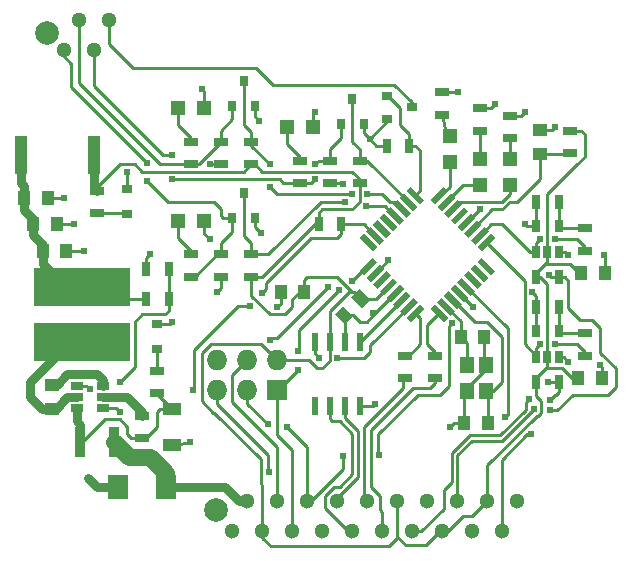
<source format=gbr>
G04 #@! TF.FileFunction,Copper,L1,Top,Signal*
%FSLAX46Y46*%
G04 Gerber Fmt 4.6, Leading zero omitted, Abs format (unit mm)*
G04 Created by KiCad (PCBNEW 4.0.7-e2-6376~58~ubuntu16.04.1) date Sun Feb 11 11:03:39 2018*
%MOMM*%
%LPD*%
G01*
G04 APERTURE LIST*
%ADD10C,0.100000*%
%ADD11R,1.000000X1.250000*%
%ADD12R,1.200000X1.200000*%
%ADD13R,1.300000X0.700000*%
%ADD14R,1.250000X1.000000*%
%ADD15R,1.600000X1.000000*%
%ADD16R,1.778000X2.159000*%
%ADD17R,0.900000X0.800000*%
%ADD18R,0.900000X2.500000*%
%ADD19R,8.200000X3.300000*%
%ADD20R,1.727200X1.727200*%
%ADD21O,1.727200X1.727200*%
%ADD22R,0.700000X1.300000*%
%ADD23R,1.000000X3.200000*%
%ADD24R,0.650000X1.060000*%
%ADD25R,1.060000X0.650000*%
%ADD26R,1.200000X1.400000*%
%ADD27R,0.600000X1.550000*%
%ADD28R,0.800000X0.900000*%
%ADD29C,1.300000*%
%ADD30C,2.000000*%
%ADD31C,0.609600*%
%ADD32C,0.254000*%
%ADD33C,0.762000*%
%ADD34C,1.397000*%
G04 APERTURE END LIST*
D10*
D11*
X146859500Y-78422500D03*
X144859500Y-78422500D03*
D12*
X139065000Y-62060000D03*
X139065000Y-59860000D03*
X136525000Y-62060000D03*
X136525000Y-59860000D03*
X133985000Y-60155000D03*
X133985000Y-57955000D03*
D13*
X139065000Y-58100000D03*
X139065000Y-56200000D03*
X136525000Y-57465000D03*
X136525000Y-55565000D03*
X133350000Y-56131500D03*
X133350000Y-54231500D03*
D11*
X121650000Y-71120000D03*
X119650000Y-71120000D03*
D10*
G36*
X126348719Y-70887398D02*
X127232602Y-71771281D01*
X126525495Y-72478388D01*
X125641612Y-71594505D01*
X126348719Y-70887398D01*
X126348719Y-70887398D01*
G37*
G36*
X124934505Y-72301612D02*
X125818388Y-73185495D01*
X125111281Y-73892602D01*
X124227398Y-73008719D01*
X124934505Y-72301612D01*
X124934505Y-72301612D01*
G37*
D14*
X141605000Y-59420000D03*
X141605000Y-57420000D03*
D15*
X110490000Y-81050000D03*
X110490000Y-84050000D03*
D14*
X100330000Y-79010000D03*
X100330000Y-81010000D03*
D11*
X137207500Y-82232500D03*
X135207500Y-82232500D03*
X99520500Y-67627500D03*
X101520500Y-67627500D03*
X134890000Y-74930000D03*
X136890000Y-74930000D03*
D12*
X120185000Y-57150000D03*
X122385000Y-57150000D03*
X110977500Y-55562500D03*
X113177500Y-55562500D03*
X110977500Y-65087500D03*
X113177500Y-65087500D03*
D16*
X105918000Y-87630000D03*
X109982000Y-87630000D03*
D17*
X109220000Y-73880000D03*
X109220000Y-75980000D03*
X106680000Y-62450000D03*
X106680000Y-64550000D03*
D18*
X105590000Y-83820000D03*
X102690000Y-83820000D03*
D19*
X102870000Y-75375000D03*
X102870000Y-70675000D03*
D20*
X119380000Y-79438500D03*
D21*
X119380000Y-76898500D03*
X116840000Y-79438500D03*
X116840000Y-76898500D03*
X114300000Y-79438500D03*
X114300000Y-76898500D03*
D22*
X141290000Y-69850000D03*
X143190000Y-69850000D03*
D13*
X121285000Y-61910000D03*
X121285000Y-60010000D03*
X123825000Y-60010000D03*
X123825000Y-61910000D03*
X145415000Y-67625000D03*
X145415000Y-65725000D03*
D22*
X143190000Y-63500000D03*
X141290000Y-63500000D03*
D13*
X126365000Y-61910000D03*
X126365000Y-60010000D03*
X112077500Y-60322500D03*
X112077500Y-58422500D03*
X114617500Y-58422500D03*
X114617500Y-60322500D03*
X117157500Y-60322500D03*
X117157500Y-58422500D03*
D22*
X141290000Y-78740000D03*
X143190000Y-78740000D03*
D13*
X145415000Y-76515000D03*
X145415000Y-74615000D03*
D22*
X143190000Y-72390000D03*
X141290000Y-72390000D03*
D13*
X112077500Y-69847500D03*
X112077500Y-67947500D03*
X114617500Y-67947500D03*
X114617500Y-69847500D03*
X117157500Y-69847500D03*
X117157500Y-67947500D03*
X144145000Y-57470000D03*
X144145000Y-59370000D03*
X109220000Y-79690000D03*
X109220000Y-77790000D03*
X107950000Y-83500000D03*
X107950000Y-81600000D03*
D22*
X110170000Y-69215000D03*
X108270000Y-69215000D03*
X110170000Y-71755000D03*
X108270000Y-71755000D03*
D13*
X130175000Y-78420000D03*
X130175000Y-76520000D03*
X132715000Y-78420000D03*
X132715000Y-76520000D03*
D23*
X103874500Y-59499500D03*
X97674500Y-59499500D03*
D22*
X122875000Y-65405000D03*
X124775000Y-65405000D03*
D13*
X104140000Y-62550000D03*
X104140000Y-64450000D03*
D24*
X141290000Y-67775000D03*
X142240000Y-67775000D03*
X143190000Y-67775000D03*
X143190000Y-65575000D03*
X141290000Y-65575000D03*
X141290000Y-76665000D03*
X142240000Y-76665000D03*
X143190000Y-76665000D03*
X143190000Y-74465000D03*
X141290000Y-74465000D03*
D25*
X102405000Y-79060000D03*
X102405000Y-80010000D03*
X102405000Y-80960000D03*
X104605000Y-80960000D03*
X104605000Y-79060000D03*
X104605000Y-80010000D03*
D26*
X137007500Y-79522500D03*
X137007500Y-77322500D03*
X135407500Y-77322500D03*
X135407500Y-79522500D03*
D10*
G36*
X126723666Y-69730445D02*
X126334757Y-69341536D01*
X127466128Y-68210165D01*
X127855037Y-68599074D01*
X126723666Y-69730445D01*
X126723666Y-69730445D01*
G37*
G36*
X127289352Y-70296130D02*
X126900443Y-69907221D01*
X128031814Y-68775850D01*
X128420723Y-69164759D01*
X127289352Y-70296130D01*
X127289352Y-70296130D01*
G37*
G36*
X127855037Y-70861816D02*
X127466128Y-70472907D01*
X128597499Y-69341536D01*
X128986408Y-69730445D01*
X127855037Y-70861816D01*
X127855037Y-70861816D01*
G37*
G36*
X128420722Y-71427501D02*
X128031813Y-71038592D01*
X129163184Y-69907221D01*
X129552093Y-70296130D01*
X128420722Y-71427501D01*
X128420722Y-71427501D01*
G37*
G36*
X128986408Y-71993187D02*
X128597499Y-71604278D01*
X129728870Y-70472907D01*
X130117779Y-70861816D01*
X128986408Y-71993187D01*
X128986408Y-71993187D01*
G37*
G36*
X129552093Y-72558872D02*
X129163184Y-72169963D01*
X130294555Y-71038592D01*
X130683464Y-71427501D01*
X129552093Y-72558872D01*
X129552093Y-72558872D01*
G37*
G36*
X130117779Y-73124557D02*
X129728870Y-72735648D01*
X130860241Y-71604277D01*
X131249150Y-71993186D01*
X130117779Y-73124557D01*
X130117779Y-73124557D01*
G37*
G36*
X130683464Y-73690243D02*
X130294555Y-73301334D01*
X131425926Y-72169963D01*
X131814835Y-72558872D01*
X130683464Y-73690243D01*
X130683464Y-73690243D01*
G37*
G36*
X133865445Y-73301334D02*
X133476536Y-73690243D01*
X132345165Y-72558872D01*
X132734074Y-72169963D01*
X133865445Y-73301334D01*
X133865445Y-73301334D01*
G37*
G36*
X134431130Y-72735648D02*
X134042221Y-73124557D01*
X132910850Y-71993186D01*
X133299759Y-71604277D01*
X134431130Y-72735648D01*
X134431130Y-72735648D01*
G37*
G36*
X134996816Y-72169963D02*
X134607907Y-72558872D01*
X133476536Y-71427501D01*
X133865445Y-71038592D01*
X134996816Y-72169963D01*
X134996816Y-72169963D01*
G37*
G36*
X135562501Y-71604278D02*
X135173592Y-71993187D01*
X134042221Y-70861816D01*
X134431130Y-70472907D01*
X135562501Y-71604278D01*
X135562501Y-71604278D01*
G37*
G36*
X136128187Y-71038592D02*
X135739278Y-71427501D01*
X134607907Y-70296130D01*
X134996816Y-69907221D01*
X136128187Y-71038592D01*
X136128187Y-71038592D01*
G37*
G36*
X136693872Y-70472907D02*
X136304963Y-70861816D01*
X135173592Y-69730445D01*
X135562501Y-69341536D01*
X136693872Y-70472907D01*
X136693872Y-70472907D01*
G37*
G36*
X137259557Y-69907221D02*
X136870648Y-70296130D01*
X135739277Y-69164759D01*
X136128186Y-68775850D01*
X137259557Y-69907221D01*
X137259557Y-69907221D01*
G37*
G36*
X137825243Y-69341536D02*
X137436334Y-69730445D01*
X136304963Y-68599074D01*
X136693872Y-68210165D01*
X137825243Y-69341536D01*
X137825243Y-69341536D01*
G37*
G36*
X136693872Y-67679835D02*
X136304963Y-67290926D01*
X137436334Y-66159555D01*
X137825243Y-66548464D01*
X136693872Y-67679835D01*
X136693872Y-67679835D01*
G37*
G36*
X136128186Y-67114150D02*
X135739277Y-66725241D01*
X136870648Y-65593870D01*
X137259557Y-65982779D01*
X136128186Y-67114150D01*
X136128186Y-67114150D01*
G37*
G36*
X135562501Y-66548464D02*
X135173592Y-66159555D01*
X136304963Y-65028184D01*
X136693872Y-65417093D01*
X135562501Y-66548464D01*
X135562501Y-66548464D01*
G37*
G36*
X134996816Y-65982779D02*
X134607907Y-65593870D01*
X135739278Y-64462499D01*
X136128187Y-64851408D01*
X134996816Y-65982779D01*
X134996816Y-65982779D01*
G37*
G36*
X134431130Y-65417093D02*
X134042221Y-65028184D01*
X135173592Y-63896813D01*
X135562501Y-64285722D01*
X134431130Y-65417093D01*
X134431130Y-65417093D01*
G37*
G36*
X133865445Y-64851408D02*
X133476536Y-64462499D01*
X134607907Y-63331128D01*
X134996816Y-63720037D01*
X133865445Y-64851408D01*
X133865445Y-64851408D01*
G37*
G36*
X133299759Y-64285723D02*
X132910850Y-63896814D01*
X134042221Y-62765443D01*
X134431130Y-63154352D01*
X133299759Y-64285723D01*
X133299759Y-64285723D01*
G37*
G36*
X132734074Y-63720037D02*
X132345165Y-63331128D01*
X133476536Y-62199757D01*
X133865445Y-62588666D01*
X132734074Y-63720037D01*
X132734074Y-63720037D01*
G37*
G36*
X131814835Y-63331128D02*
X131425926Y-63720037D01*
X130294555Y-62588666D01*
X130683464Y-62199757D01*
X131814835Y-63331128D01*
X131814835Y-63331128D01*
G37*
G36*
X131249150Y-63896814D02*
X130860241Y-64285723D01*
X129728870Y-63154352D01*
X130117779Y-62765443D01*
X131249150Y-63896814D01*
X131249150Y-63896814D01*
G37*
G36*
X130683464Y-64462499D02*
X130294555Y-64851408D01*
X129163184Y-63720037D01*
X129552093Y-63331128D01*
X130683464Y-64462499D01*
X130683464Y-64462499D01*
G37*
G36*
X130117779Y-65028184D02*
X129728870Y-65417093D01*
X128597499Y-64285722D01*
X128986408Y-63896813D01*
X130117779Y-65028184D01*
X130117779Y-65028184D01*
G37*
G36*
X129552093Y-65593870D02*
X129163184Y-65982779D01*
X128031813Y-64851408D01*
X128420722Y-64462499D01*
X129552093Y-65593870D01*
X129552093Y-65593870D01*
G37*
G36*
X128986408Y-66159555D02*
X128597499Y-66548464D01*
X127466128Y-65417093D01*
X127855037Y-65028184D01*
X128986408Y-66159555D01*
X128986408Y-66159555D01*
G37*
G36*
X128420723Y-66725241D02*
X128031814Y-67114150D01*
X126900443Y-65982779D01*
X127289352Y-65593870D01*
X128420723Y-66725241D01*
X128420723Y-66725241D01*
G37*
G36*
X127855037Y-67290926D02*
X127466128Y-67679835D01*
X126334757Y-66548464D01*
X126723666Y-66159555D01*
X127855037Y-67290926D01*
X127855037Y-67290926D01*
G37*
D27*
X126365000Y-75405000D03*
X125095000Y-75405000D03*
X123825000Y-75405000D03*
X122555000Y-75405000D03*
X122555000Y-80805000D03*
X123825000Y-80805000D03*
X125095000Y-80805000D03*
X126365000Y-80805000D03*
D28*
X124780000Y-56930000D03*
X126680000Y-56930000D03*
X125730000Y-54830000D03*
X115572500Y-55342500D03*
X117472500Y-55342500D03*
X116522500Y-53242500D03*
X115572500Y-64867500D03*
X117472500Y-64867500D03*
X116522500Y-62767500D03*
D29*
X120650000Y-91376500D03*
X118110000Y-91376500D03*
X115570000Y-91376500D03*
X123190000Y-91376500D03*
X116840000Y-88836500D03*
X119380000Y-88836500D03*
X121920000Y-88836500D03*
X124460000Y-88836500D03*
X125730000Y-91376500D03*
X127000000Y-88836500D03*
X128270000Y-91376500D03*
X129540000Y-88836500D03*
X130810000Y-91376500D03*
X132080000Y-88836500D03*
X133350000Y-91376500D03*
X134620000Y-88836500D03*
X135890000Y-91376500D03*
X137160000Y-88836500D03*
X138430000Y-91376500D03*
X139700000Y-88836500D03*
D30*
X114170000Y-89576500D03*
D29*
X103822500Y-50673000D03*
X101282500Y-50673000D03*
X102552500Y-48133000D03*
X105092500Y-48133000D03*
D30*
X99882500Y-49173000D03*
D11*
X147113500Y-69532500D03*
X145113500Y-69532500D03*
X98695000Y-65341500D03*
X100695000Y-65341500D03*
X97933000Y-63182500D03*
X99933000Y-63182500D03*
D17*
X128673571Y-54553939D03*
X128673571Y-56453939D03*
X130773571Y-55503939D03*
D22*
X130553500Y-58737500D03*
X128653500Y-58737500D03*
D31*
X119380000Y-76771500D03*
X103378000Y-86868000D03*
X134683500Y-54229000D03*
X146685000Y-77343000D03*
X127190500Y-58166000D03*
X147066000Y-68008500D03*
X101346000Y-63182500D03*
X102997000Y-67627500D03*
X102171500Y-65341500D03*
X117983000Y-66167000D03*
X117856000Y-56642000D03*
X124968000Y-61976000D03*
X127508000Y-72898000D03*
X113665000Y-60325000D03*
X111950500Y-83820000D03*
X103505000Y-79375000D03*
X110490000Y-73660000D03*
X114300000Y-71120000D03*
X119380000Y-72390000D03*
X127635000Y-80645000D03*
X133985000Y-82550000D03*
X140970000Y-71120000D03*
X136525000Y-64135000D03*
X140335000Y-65405000D03*
X122555000Y-55880000D03*
X142875000Y-57150000D03*
X140335000Y-55880000D03*
X137795000Y-55245000D03*
X108585000Y-67945000D03*
X106680000Y-60960000D03*
X113030000Y-53975000D03*
X113665000Y-66675000D03*
X125730000Y-70231000D03*
X124587000Y-70993000D03*
X121158000Y-76136500D03*
X121158000Y-77724000D03*
X128778000Y-68453000D03*
X123698000Y-70675500D03*
X118745000Y-75184000D03*
X124460000Y-76708000D03*
X122936000Y-76708000D03*
X135953500Y-72390000D03*
X134175500Y-73787000D03*
X128016000Y-84963000D03*
X124968000Y-85026500D03*
X118554500Y-82296000D03*
X120205500Y-82550000D03*
X140843000Y-83185000D03*
X138684000Y-81724500D03*
X142875000Y-75565000D03*
X141605000Y-75565000D03*
X142875000Y-66675000D03*
X141605000Y-66675000D03*
X127000000Y-62865000D03*
X125730000Y-62865000D03*
X118745000Y-62230000D03*
X118745000Y-60325000D03*
X126873000Y-63881000D03*
X125095000Y-63500000D03*
X118681500Y-86360000D03*
X118046500Y-71247000D03*
X117094000Y-72326500D03*
X112268000Y-79438500D03*
X142430500Y-80264000D03*
X140652500Y-80200500D03*
X142303500Y-78740000D03*
X144018000Y-77025500D03*
X110490000Y-61595000D03*
X110490000Y-59563000D03*
X122555000Y-60325000D03*
X122555000Y-61595000D03*
X108331000Y-60198000D03*
X108331000Y-61722000D03*
X142430500Y-81153000D03*
X141097000Y-81026000D03*
X142367000Y-69659500D03*
X143954500Y-68008500D03*
X106045000Y-78740000D03*
X106045000Y-81280000D03*
D32*
X137160000Y-88836500D02*
X137160000Y-85788500D01*
X141290000Y-79949000D02*
X141290000Y-78740000D01*
X141732000Y-80391000D02*
X141290000Y-79949000D01*
X141732000Y-81343500D02*
X141732000Y-80391000D01*
X141478000Y-81597500D02*
X141732000Y-81343500D01*
X141351000Y-81597500D02*
X141478000Y-81597500D01*
X137160000Y-85788500D02*
X141351000Y-81597500D01*
X133350000Y-91376500D02*
X133794500Y-91376500D01*
X133794500Y-91376500D02*
X135064500Y-90106500D01*
X135890000Y-90106500D02*
X137160000Y-88836500D01*
X135064500Y-90106500D02*
X135890000Y-90106500D01*
X133350000Y-91376500D02*
X133159500Y-91376500D01*
X133159500Y-91376500D02*
X131953000Y-92583000D01*
X131953000Y-92583000D02*
X130238500Y-92583000D01*
X130238500Y-92583000D02*
X129540000Y-91884500D01*
X118110000Y-91376500D02*
X118110000Y-91948000D01*
X118110000Y-91948000D02*
X118808500Y-92646500D01*
X129540000Y-91948000D02*
X129540000Y-91884500D01*
X129540000Y-91884500D02*
X129540000Y-88836500D01*
X128841500Y-92646500D02*
X129540000Y-91948000D01*
X118808500Y-92646500D02*
X128841500Y-92646500D01*
X118110000Y-91376500D02*
X118110000Y-87503000D01*
X118110000Y-87503000D02*
X117983000Y-87376000D01*
X117983000Y-87376000D02*
X117983000Y-85280500D01*
X117983000Y-85280500D02*
X114046000Y-81343500D01*
X114046000Y-81343500D02*
X113919000Y-81343500D01*
X113919000Y-81343500D02*
X112966500Y-80391000D01*
X112966500Y-80391000D02*
X112966500Y-76263500D01*
X112966500Y-76263500D02*
X113728500Y-75501500D01*
X113728500Y-75501500D02*
X117983000Y-75501500D01*
X117983000Y-75501500D02*
X119380000Y-76898500D01*
X144859500Y-78422500D02*
X144335500Y-78422500D01*
X143510000Y-77597000D02*
X142113000Y-77597000D01*
X144335500Y-78422500D02*
X143510000Y-77597000D01*
X119380000Y-76898500D02*
X122047000Y-76898500D01*
X123825000Y-76962000D02*
X123825000Y-75405000D01*
X123190000Y-77597000D02*
X123825000Y-76962000D01*
X122745500Y-77597000D02*
X123190000Y-77597000D01*
X122047000Y-76898500D02*
X122745500Y-77597000D01*
X145113500Y-69532500D02*
X144907000Y-69532500D01*
X144907000Y-69532500D02*
X144145000Y-68770500D01*
X144145000Y-68770500D02*
X142049500Y-68770500D01*
D33*
X103874500Y-59499500D02*
X103874500Y-62284500D01*
X103874500Y-62284500D02*
X104140000Y-62550000D01*
D32*
X137160000Y-88836500D02*
X137287000Y-88836500D01*
X123698000Y-75532000D02*
X123825000Y-75405000D01*
X125730000Y-71120000D02*
X124460000Y-69850000D01*
X121650000Y-70120000D02*
X121650000Y-71120000D01*
X121920000Y-69850000D02*
X121650000Y-70120000D01*
X124460000Y-69850000D02*
X121920000Y-69850000D01*
X123825000Y-75405000D02*
X123825000Y-72771000D01*
X123825000Y-72771000D02*
X125476000Y-71120000D01*
X125476000Y-71120000D02*
X125730000Y-71120000D01*
X125874214Y-71120000D02*
X126437107Y-71682893D01*
X125730000Y-71120000D02*
X125874214Y-71120000D01*
X122875000Y-65405000D02*
X122875000Y-64450000D01*
X126365000Y-63500000D02*
X126365000Y-61910000D01*
X125730000Y-64135000D02*
X126365000Y-63500000D01*
X123190000Y-64135000D02*
X125730000Y-64135000D01*
X122875000Y-64450000D02*
X123190000Y-64135000D01*
X104140000Y-62550000D02*
X104140000Y-62230000D01*
X104140000Y-62230000D02*
X106045000Y-60325000D01*
X116520000Y-60960000D02*
X117157500Y-60322500D01*
X107950000Y-60960000D02*
X116520000Y-60960000D01*
X107315000Y-60325000D02*
X107950000Y-60960000D01*
X106045000Y-60325000D02*
X107315000Y-60325000D01*
X121285000Y-60960000D02*
X125730000Y-60960000D01*
X118110000Y-60960000D02*
X121285000Y-60960000D01*
X117472500Y-60322500D02*
X118110000Y-60960000D01*
X125730000Y-60960000D02*
X126365000Y-61595000D01*
X126365000Y-61595000D02*
X126365000Y-61910000D01*
X117157500Y-60322500D02*
X117472500Y-60322500D01*
X121650000Y-71120000D02*
X121285000Y-71120000D01*
X121285000Y-71120000D02*
X120650000Y-71755000D01*
X117157500Y-71437500D02*
X117157500Y-69847500D01*
X118745000Y-73025000D02*
X117157500Y-71437500D01*
X120015000Y-73025000D02*
X118745000Y-73025000D01*
X120650000Y-72390000D02*
X120015000Y-73025000D01*
X120650000Y-71755000D02*
X120650000Y-72390000D01*
X122875000Y-65405000D02*
X122555000Y-65405000D01*
X122555000Y-65405000D02*
X118112500Y-69847500D01*
X118112500Y-69847500D02*
X117157500Y-69847500D01*
X142240000Y-76665000D02*
X142240000Y-70485000D01*
X142240000Y-70485000D02*
X141605000Y-69850000D01*
X141605000Y-69850000D02*
X141290000Y-69850000D01*
X142240000Y-67775000D02*
X142240000Y-62865000D01*
X145100000Y-57470000D02*
X144145000Y-57470000D01*
X145415000Y-57785000D02*
X145100000Y-57470000D01*
X145415000Y-59690000D02*
X145415000Y-57785000D01*
X144780000Y-60325000D02*
X145415000Y-59690000D01*
X142240000Y-62865000D02*
X144780000Y-60325000D01*
X141290000Y-78740000D02*
X141290000Y-78420000D01*
X141290000Y-78420000D02*
X142113000Y-77597000D01*
X142113000Y-77597000D02*
X142240000Y-77470000D01*
X142240000Y-77470000D02*
X142240000Y-76665000D01*
X126437107Y-71682893D02*
X126927893Y-71682893D01*
X126927893Y-71682893D02*
X127000000Y-71755000D01*
X127000000Y-71755000D02*
X127704314Y-71755000D01*
X127704314Y-71755000D02*
X128791953Y-70667361D01*
X141290000Y-69850000D02*
X141290000Y-69530000D01*
X141290000Y-69530000D02*
X142049500Y-68770500D01*
X142049500Y-68770500D02*
X142240000Y-68580000D01*
X142240000Y-68580000D02*
X142240000Y-67775000D01*
X129540000Y-88900000D02*
X129540000Y-88836500D01*
X119380000Y-76771500D02*
X119888000Y-76263500D01*
D33*
X104140000Y-87630000D02*
X103378000Y-86868000D01*
X105918000Y-87630000D02*
X104140000Y-87630000D01*
D32*
X133350000Y-54231500D02*
X134681000Y-54231500D01*
X134681000Y-54231500D02*
X134683500Y-54229000D01*
X146859500Y-78422500D02*
X146859500Y-77517500D01*
X146859500Y-77517500D02*
X146685000Y-77343000D01*
X128653500Y-58737500D02*
X127762000Y-58737500D01*
X127762000Y-58737500D02*
X127190500Y-58166000D01*
X128673571Y-56453939D02*
X128673571Y-56682929D01*
X128673571Y-56682929D02*
X127190500Y-58166000D01*
X147113500Y-69532500D02*
X147113500Y-68056000D01*
X147113500Y-68056000D02*
X147066000Y-68008500D01*
X126680000Y-56930000D02*
X126680000Y-57655500D01*
X126680000Y-57655500D02*
X127190500Y-58166000D01*
X99933000Y-63182500D02*
X101346000Y-63182500D01*
X101520500Y-67627500D02*
X102997000Y-67627500D01*
X100695000Y-65341500D02*
X102171500Y-65341500D01*
X117472500Y-64867500D02*
X117472500Y-65656500D01*
X117472500Y-65656500D02*
X117983000Y-66167000D01*
X117472500Y-55342500D02*
X117472500Y-56258500D01*
X117472500Y-56258500D02*
X117856000Y-56642000D01*
X123825000Y-61910000D02*
X124902000Y-61910000D01*
X124902000Y-61910000D02*
X124968000Y-61976000D01*
X127600343Y-72990343D02*
X127508000Y-72898000D01*
X114617500Y-60322500D02*
X113667500Y-60322500D01*
X113667500Y-60322500D02*
X113665000Y-60325000D01*
X110490000Y-84050000D02*
X110720000Y-84050000D01*
X110720000Y-84050000D02*
X111950500Y-83820000D01*
X102405000Y-79060000D02*
X103190000Y-79060000D01*
X103190000Y-79060000D02*
X103505000Y-79375000D01*
X109220000Y-73880000D02*
X110270000Y-73880000D01*
X110270000Y-73880000D02*
X110490000Y-73660000D01*
X114617500Y-69847500D02*
X114617500Y-70802500D01*
X114617500Y-70802500D02*
X114300000Y-71120000D01*
X119650000Y-71120000D02*
X119650000Y-72120000D01*
X119650000Y-72120000D02*
X119380000Y-72390000D01*
X125022893Y-73097107D02*
X125802107Y-73097107D01*
X126930686Y-73660000D02*
X127600343Y-72990343D01*
X127600343Y-72990343D02*
X129357639Y-71233047D01*
X126365000Y-73660000D02*
X126930686Y-73660000D01*
X125802107Y-73097107D02*
X126365000Y-73660000D01*
X125095000Y-75405000D02*
X125095000Y-73169214D01*
X125095000Y-73169214D02*
X125022893Y-73097107D01*
X126365000Y-80805000D02*
X127475000Y-80805000D01*
X127475000Y-80805000D02*
X127635000Y-80645000D01*
X135407500Y-79522500D02*
X135407500Y-79222500D01*
X135407500Y-79222500D02*
X137007500Y-77622500D01*
X137007500Y-77622500D02*
X137007500Y-77322500D01*
X135207500Y-82232500D02*
X134302500Y-82232500D01*
X134302500Y-82232500D02*
X133985000Y-82550000D01*
X135207500Y-82232500D02*
X135207500Y-79722500D01*
X135207500Y-79722500D02*
X135407500Y-79522500D01*
X136890000Y-74930000D02*
X136890000Y-77205000D01*
X136890000Y-77205000D02*
X137007500Y-77322500D01*
X141290000Y-72390000D02*
X141290000Y-71440000D01*
X141290000Y-71440000D02*
X140970000Y-71120000D01*
X135368047Y-65222639D02*
X135437361Y-65222639D01*
X135437361Y-65222639D02*
X136525000Y-64135000D01*
X141290000Y-65575000D02*
X140505000Y-65575000D01*
X140505000Y-65575000D02*
X140335000Y-65405000D01*
X122385000Y-57150000D02*
X122385000Y-56050000D01*
X122385000Y-56050000D02*
X122555000Y-55880000D01*
X141605000Y-57420000D02*
X142605000Y-57420000D01*
X142605000Y-57420000D02*
X142875000Y-57150000D01*
X139065000Y-56200000D02*
X140015000Y-56200000D01*
X140015000Y-56200000D02*
X140335000Y-55880000D01*
X136525000Y-55565000D02*
X137475000Y-55565000D01*
X137475000Y-55565000D02*
X137795000Y-55245000D01*
X108270000Y-69215000D02*
X108270000Y-68260000D01*
X108270000Y-68260000D02*
X108585000Y-67945000D01*
X106680000Y-62450000D02*
X106680000Y-60960000D01*
X113177500Y-65087500D02*
X113177500Y-66187500D01*
X114617500Y-60322500D02*
X114302500Y-60322500D01*
X113177500Y-55562500D02*
X113177500Y-54122500D01*
X113177500Y-54122500D02*
X113030000Y-53975000D01*
X141290000Y-65575000D02*
X141290000Y-63500000D01*
X141290000Y-74465000D02*
X141290000Y-72390000D01*
X102600000Y-79010000D02*
X102555000Y-78965000D01*
X102555000Y-78965000D02*
X102555000Y-78910000D01*
X117472500Y-64917500D02*
X117472500Y-64772500D01*
X113177500Y-66187500D02*
X113665000Y-66675000D01*
X141605000Y-59420000D02*
X141605000Y-61595000D01*
X137587056Y-64135000D02*
X135933732Y-65788324D01*
X138430000Y-64135000D02*
X137587056Y-64135000D01*
X139065000Y-63500000D02*
X138430000Y-64135000D01*
X139700000Y-63500000D02*
X139065000Y-63500000D01*
X140335000Y-62865000D02*
X139700000Y-63500000D01*
X141605000Y-61595000D02*
X140335000Y-62865000D01*
X141605000Y-59420000D02*
X144095000Y-59420000D01*
X144095000Y-59420000D02*
X144145000Y-59370000D01*
X102870000Y-83820000D02*
X104775000Y-81915000D01*
X104775000Y-81915000D02*
X106045000Y-81915000D01*
X106045000Y-81915000D02*
X106680000Y-82550000D01*
X106680000Y-82550000D02*
X106680000Y-83185000D01*
X106680000Y-83185000D02*
X106995000Y-83500000D01*
X106995000Y-83500000D02*
X107950000Y-83500000D01*
X102690000Y-83820000D02*
X102870000Y-83820000D01*
X107950000Y-83500000D02*
X108270000Y-83500000D01*
X108270000Y-83500000D02*
X109220000Y-82550000D01*
X109220000Y-82550000D02*
X109220000Y-81280000D01*
X109220000Y-81280000D02*
X109450000Y-81050000D01*
X109450000Y-81050000D02*
X110490000Y-81050000D01*
X109220000Y-79690000D02*
X109220000Y-79780000D01*
X109220000Y-79780000D02*
X110490000Y-81050000D01*
D33*
X102690000Y-83820000D02*
X102690000Y-82370000D01*
X102405000Y-82085000D02*
X102405000Y-80960000D01*
X102690000Y-82370000D02*
X102405000Y-82085000D01*
X100330000Y-79010000D02*
X100695000Y-79010000D01*
X100695000Y-79010000D02*
X101600000Y-78105000D01*
X101600000Y-78105000D02*
X104140000Y-78105000D01*
X104140000Y-78105000D02*
X104605000Y-78570000D01*
X104605000Y-78570000D02*
X104605000Y-79060000D01*
X100330000Y-81010000D02*
X100600000Y-81010000D01*
X100600000Y-81010000D02*
X101600000Y-80010000D01*
X101600000Y-80010000D02*
X102405000Y-80010000D01*
X100330000Y-81010000D02*
X99425000Y-81010000D01*
X98425000Y-78740000D02*
X101790000Y-75375000D01*
X98425000Y-80010000D02*
X98425000Y-78740000D01*
X99425000Y-81010000D02*
X98425000Y-80010000D01*
X101790000Y-75375000D02*
X102870000Y-75375000D01*
D32*
X100330000Y-81010000D02*
X100060000Y-81010000D01*
X101790000Y-75375000D02*
X102870000Y-75375000D01*
X137007500Y-79522500D02*
X137647500Y-79522500D01*
X136097944Y-73660000D02*
X134236676Y-71798732D01*
X137160000Y-73660000D02*
X136097944Y-73660000D01*
X138430000Y-74930000D02*
X137160000Y-73660000D01*
X138430000Y-78740000D02*
X138430000Y-74930000D01*
X137647500Y-79522500D02*
X138430000Y-78740000D01*
X137207500Y-82232500D02*
X137207500Y-79722500D01*
X137207500Y-79722500D02*
X137007500Y-79522500D01*
X134890000Y-74930000D02*
X134890000Y-73583427D01*
X134890000Y-73583427D02*
X133670990Y-72364417D01*
X135407500Y-77322500D02*
X135407500Y-75447500D01*
X135407500Y-75447500D02*
X134890000Y-74930000D01*
X139065000Y-62060000D02*
X139065000Y-62865000D01*
X134827944Y-63500000D02*
X134236676Y-64091268D01*
X138430000Y-63500000D02*
X134827944Y-63500000D01*
X139065000Y-62865000D02*
X138430000Y-63500000D01*
X139065000Y-59860000D02*
X139065000Y-58100000D01*
X136525000Y-62060000D02*
X135136573Y-62060000D01*
X135136573Y-62060000D02*
X133670990Y-63525583D01*
X136525000Y-59860000D02*
X136525000Y-57465000D01*
X133105305Y-62959897D02*
X133255103Y-62959897D01*
X133255103Y-62959897D02*
X133985000Y-62230000D01*
X133985000Y-62230000D02*
X133985000Y-60155000D01*
X133350000Y-56131500D02*
X133665000Y-57635000D01*
X133665000Y-57635000D02*
X133985000Y-57955000D01*
X121285000Y-60010000D02*
X121285000Y-59690000D01*
X121285000Y-59690000D02*
X120185000Y-58590000D01*
X120185000Y-58590000D02*
X120185000Y-57150000D01*
X112077500Y-58422500D02*
X112077500Y-58102500D01*
X112077500Y-58102500D02*
X110977500Y-57002500D01*
X110977500Y-57002500D02*
X110977500Y-55562500D01*
X112077500Y-67947500D02*
X112077500Y-67627500D01*
X112077500Y-67627500D02*
X110977500Y-66527500D01*
X110977500Y-66527500D02*
X110977500Y-65087500D01*
D33*
X116840000Y-88836500D02*
X116141500Y-88836500D01*
X114935000Y-87630000D02*
X109982000Y-87630000D01*
X116141500Y-88836500D02*
X114935000Y-87630000D01*
X109982000Y-87630000D02*
X110172500Y-87630000D01*
D34*
X109982000Y-87630000D02*
X109982000Y-86487000D01*
X106860000Y-85090000D02*
X105590000Y-83820000D01*
X108585000Y-85090000D02*
X106860000Y-85090000D01*
X109982000Y-86487000D02*
X108585000Y-85090000D01*
D32*
X109220000Y-77790000D02*
X109220000Y-75980000D01*
X104140000Y-64450000D02*
X106580000Y-64450000D01*
X106580000Y-64450000D02*
X106680000Y-64550000D01*
X119380000Y-79438500D02*
X119443500Y-79438500D01*
X119443500Y-79438500D02*
X121158000Y-77724000D01*
X125730000Y-70231000D02*
X126990695Y-68970305D01*
X121221500Y-74358500D02*
X124587000Y-70993000D01*
X121221500Y-76073000D02*
X121221500Y-74358500D01*
X121158000Y-76136500D02*
X121221500Y-76073000D01*
X126990695Y-68970305D02*
X127094897Y-68970305D01*
X120650000Y-91376500D02*
X120650000Y-84518500D01*
X119380000Y-83248500D02*
X119380000Y-79438500D01*
X120650000Y-84518500D02*
X119380000Y-83248500D01*
X119380000Y-79438500D02*
X119380000Y-79819500D01*
X126863695Y-68970305D02*
X127094897Y-68970305D01*
X120396000Y-91122500D02*
X120650000Y-91376500D01*
X128778000Y-68453000D02*
X127695010Y-69535990D01*
X119316500Y-75057000D02*
X123698000Y-70675500D01*
X118872000Y-75057000D02*
X119316500Y-75057000D01*
X118745000Y-75184000D02*
X118872000Y-75057000D01*
X127695010Y-69535990D02*
X127660583Y-69535990D01*
X119380000Y-88836500D02*
X119380000Y-84264500D01*
X115570000Y-78168500D02*
X116840000Y-76898500D01*
X115570000Y-80454500D02*
X115570000Y-78168500D01*
X119380000Y-84264500D02*
X115570000Y-80454500D01*
X127568010Y-69535990D02*
X127660583Y-69535990D01*
X126365000Y-75405000D02*
X126365000Y-75357056D01*
X126365000Y-75357056D02*
X129923324Y-71798732D01*
X122555000Y-75405000D02*
X122555000Y-76327000D01*
X127254000Y-75599427D02*
X130489010Y-72364417D01*
X127254000Y-76200000D02*
X127254000Y-75599427D01*
X126746000Y-76708000D02*
X127254000Y-76200000D01*
X124460000Y-76708000D02*
X126746000Y-76708000D01*
X122555000Y-76327000D02*
X122936000Y-76708000D01*
X130327583Y-72364417D02*
X130489010Y-72364417D01*
X130175000Y-76520000D02*
X130490000Y-76520000D01*
X130490000Y-76520000D02*
X131445000Y-75565000D01*
X131445000Y-75565000D02*
X131445000Y-73320408D01*
X131445000Y-73320408D02*
X131054695Y-72930103D01*
X130904897Y-72930103D02*
X131054695Y-72930103D01*
X132715000Y-76520000D02*
X132715000Y-76200000D01*
X132715000Y-76200000D02*
X132080000Y-75565000D01*
X132080000Y-75565000D02*
X132080000Y-73955408D01*
X132080000Y-73955408D02*
X133105305Y-72930103D01*
X121920000Y-88836500D02*
X122237500Y-88836500D01*
X122237500Y-88836500D02*
X124968000Y-86106000D01*
X135953500Y-72390000D02*
X134802361Y-71238861D01*
X133921500Y-74041000D02*
X134175500Y-73787000D01*
X133921500Y-79057500D02*
X133921500Y-74041000D01*
X133159500Y-79819500D02*
X133921500Y-79057500D01*
X131254500Y-79819500D02*
X133159500Y-79819500D01*
X127889000Y-83185000D02*
X131254500Y-79819500D01*
X127889000Y-84836000D02*
X127889000Y-83185000D01*
X128016000Y-84963000D02*
X127889000Y-84836000D01*
X124968000Y-86106000D02*
X124968000Y-85026500D01*
X134802361Y-71238861D02*
X134802361Y-71233047D01*
X121920000Y-88836500D02*
X121920000Y-84264500D01*
X116840000Y-80581500D02*
X116840000Y-79438500D01*
X118554500Y-82296000D02*
X116840000Y-80581500D01*
X121920000Y-84264500D02*
X120205500Y-82550000D01*
X116840000Y-79438500D02*
X116840000Y-79311500D01*
X121920000Y-88709500D02*
X121920000Y-88836500D01*
X121920000Y-88836500D02*
X121920000Y-88201500D01*
X134802361Y-71302361D02*
X134802361Y-71233047D01*
X121920000Y-88836500D02*
X121920000Y-88430098D01*
X138430000Y-91376500D02*
X138430000Y-90805000D01*
X138430000Y-90805000D02*
X138366500Y-90741500D01*
X138366500Y-90741500D02*
X138366500Y-85344000D01*
X138366500Y-85344000D02*
X140525500Y-83185000D01*
X140525500Y-83185000D02*
X140843000Y-83185000D01*
X138684000Y-81724500D02*
X138874500Y-81534000D01*
X138874500Y-81534000D02*
X138874500Y-74173814D01*
X138874500Y-74173814D02*
X135368047Y-70667361D01*
X141290000Y-76665000D02*
X141290000Y-75880000D01*
X144780000Y-75565000D02*
X145415000Y-76200000D01*
X144145000Y-75565000D02*
X144780000Y-75565000D01*
X142875000Y-75565000D02*
X144145000Y-75565000D01*
X141290000Y-75880000D02*
X141605000Y-75565000D01*
X145415000Y-76200000D02*
X145415000Y-76515000D01*
X141290000Y-76665000D02*
X141290000Y-76520000D01*
X141290000Y-76520000D02*
X140335000Y-75565000D01*
X140335000Y-70189592D02*
X139561954Y-69416546D01*
X139561954Y-69416546D02*
X137065103Y-66919695D01*
X140335000Y-75565000D02*
X140335000Y-70189592D01*
X141290000Y-67775000D02*
X141290000Y-66990000D01*
X144780000Y-66675000D02*
X145415000Y-67310000D01*
X142875000Y-66675000D02*
X144780000Y-66675000D01*
X141290000Y-66990000D02*
X141605000Y-66675000D01*
X145415000Y-67310000D02*
X145415000Y-67625000D01*
X141290000Y-67775000D02*
X140800000Y-67775000D01*
X137448427Y-65405000D02*
X136499417Y-66354010D01*
X138430000Y-65405000D02*
X137448427Y-65405000D01*
X140800000Y-67775000D02*
X138430000Y-65405000D01*
X125730000Y-54830000D02*
X125730000Y-58420000D01*
X126365000Y-59055000D02*
X126365000Y-60010000D01*
X125730000Y-58420000D02*
X126365000Y-59055000D01*
X126365000Y-60010000D02*
X126973427Y-60010000D01*
X126973427Y-60010000D02*
X130489010Y-63525583D01*
X116522500Y-53242500D02*
X116522500Y-56959500D01*
X117157500Y-57594500D02*
X117157500Y-58422500D01*
X116522500Y-56959500D02*
X117157500Y-57594500D01*
X117157500Y-58422500D02*
X117157500Y-58737500D01*
X117157500Y-58737500D02*
X118745000Y-60325000D01*
X127000000Y-62865000D02*
X128270000Y-62865000D01*
X119380000Y-62865000D02*
X125730000Y-62865000D01*
X118745000Y-62230000D02*
X119380000Y-62865000D01*
X128270000Y-62865000D02*
X128905000Y-63500000D01*
X128905000Y-63500000D02*
X129332056Y-63500000D01*
X129332056Y-63500000D02*
X129923324Y-64091268D01*
X117157500Y-67947500D02*
X118615500Y-67947500D01*
X128524000Y-63881000D02*
X129299953Y-64656953D01*
X128270000Y-63881000D02*
X128524000Y-63881000D01*
X126873000Y-63881000D02*
X128270000Y-63881000D01*
X123063000Y-63500000D02*
X125095000Y-63500000D01*
X118615500Y-67947500D02*
X123063000Y-63500000D01*
X129299953Y-64656953D02*
X129357639Y-64656953D01*
X116522500Y-62767500D02*
X116522500Y-66357500D01*
X117157500Y-66992500D02*
X117157500Y-67947500D01*
X116522500Y-66357500D02*
X117157500Y-66992500D01*
X118681500Y-86360000D02*
X118618000Y-86296500D01*
X118618000Y-86296500D02*
X118618000Y-84899500D01*
X118618000Y-84899500D02*
X114300000Y-80581500D01*
X114300000Y-80581500D02*
X114300000Y-79438500D01*
X124775000Y-66233000D02*
X124775000Y-65405000D01*
X124460000Y-66548000D02*
X124775000Y-66233000D01*
X122237500Y-66548000D02*
X124460000Y-66548000D01*
X118427500Y-70358000D02*
X122237500Y-66548000D01*
X118427500Y-70866000D02*
X118427500Y-70358000D01*
X118046500Y-71247000D02*
X118427500Y-70866000D01*
X116014500Y-72326500D02*
X117094000Y-72326500D01*
X112331500Y-76009500D02*
X116014500Y-72326500D01*
X112331500Y-79375000D02*
X112331500Y-76009500D01*
X112268000Y-79438500D02*
X112331500Y-79375000D01*
X124775000Y-65405000D02*
X126711573Y-65405000D01*
X126711573Y-65405000D02*
X127660583Y-66354010D01*
X124460000Y-88836500D02*
X124460000Y-88582500D01*
X124460000Y-88582500D02*
X126238000Y-86804500D01*
X125095000Y-81788000D02*
X125095000Y-80805000D01*
X126238000Y-82931000D02*
X125095000Y-81788000D01*
X126238000Y-86804500D02*
X126238000Y-82931000D01*
X124460000Y-88836500D02*
X124460000Y-88773000D01*
X125730000Y-91376500D02*
X125349000Y-91376500D01*
X125349000Y-91376500D02*
X123380500Y-89408000D01*
X123380500Y-89408000D02*
X123380500Y-88392000D01*
X123380500Y-88392000D02*
X124142500Y-87630000D01*
X124142500Y-87630000D02*
X124650500Y-87630000D01*
X124650500Y-87630000D02*
X125730000Y-86550500D01*
X125730000Y-86550500D02*
X125730000Y-83121500D01*
X125730000Y-83121500D02*
X124650500Y-82042000D01*
X124650500Y-82042000D02*
X124015500Y-82042000D01*
X124015500Y-82042000D02*
X123825000Y-81851500D01*
X123825000Y-81851500D02*
X123825000Y-80805000D01*
X127000000Y-88836500D02*
X127000000Y-88455500D01*
X127000000Y-88455500D02*
X126746000Y-88201500D01*
X126746000Y-88201500D02*
X126746000Y-82550000D01*
X126746000Y-82550000D02*
X130048000Y-79248000D01*
X130048000Y-79248000D02*
X130048000Y-78547000D01*
X130048000Y-78547000D02*
X130175000Y-78420000D01*
X128270000Y-91376500D02*
X128270000Y-89789000D01*
X132715000Y-78803500D02*
X132715000Y-78420000D01*
X132270500Y-79248000D02*
X132715000Y-78803500D01*
X130873500Y-79248000D02*
X132270500Y-79248000D01*
X127317500Y-82804000D02*
X130873500Y-79248000D01*
X127317500Y-87630000D02*
X127317500Y-82804000D01*
X128079500Y-88392000D02*
X127317500Y-87630000D01*
X128079500Y-89598500D02*
X128079500Y-88392000D01*
X128270000Y-89789000D02*
X128079500Y-89598500D01*
X130810000Y-91376500D02*
X131572000Y-91376500D01*
X143190000Y-79631500D02*
X143190000Y-78740000D01*
X143002000Y-79819500D02*
X143190000Y-79631500D01*
X142875000Y-79819500D02*
X143002000Y-79819500D01*
X142430500Y-80264000D02*
X142875000Y-79819500D01*
X140398500Y-80454500D02*
X140652500Y-80200500D01*
X140398500Y-81089500D02*
X140398500Y-80454500D01*
X138239500Y-83248500D02*
X140398500Y-81089500D01*
X135699500Y-83248500D02*
X138239500Y-83248500D01*
X134175500Y-84772500D02*
X135699500Y-83248500D01*
X134175500Y-87185500D02*
X134175500Y-84772500D01*
X133477000Y-87884000D02*
X134175500Y-87185500D01*
X133477000Y-89471500D02*
X133477000Y-87884000D01*
X131572000Y-91376500D02*
X133477000Y-89471500D01*
X143190000Y-78740000D02*
X142303500Y-78740000D01*
X144018000Y-77025500D02*
X143657500Y-76665000D01*
X143657500Y-76665000D02*
X143190000Y-76665000D01*
X130810000Y-91376500D02*
X131191000Y-91376500D01*
X143190000Y-79060000D02*
X143190000Y-78740000D01*
X103822500Y-50673000D02*
X103822500Y-53721000D01*
X119888000Y-61912500D02*
X121282500Y-61912500D01*
X119570500Y-61595000D02*
X119888000Y-61912500D01*
X110490000Y-61595000D02*
X119570500Y-61595000D01*
X109664500Y-59563000D02*
X110490000Y-59563000D01*
X103822500Y-53721000D02*
X109664500Y-59563000D01*
X121282500Y-61912500D02*
X121285000Y-61910000D01*
X121285000Y-61910000D02*
X122240000Y-61910000D01*
X122870000Y-60010000D02*
X123825000Y-60010000D01*
X122555000Y-60325000D02*
X122870000Y-60010000D01*
X122240000Y-61910000D02*
X122555000Y-61595000D01*
X121285000Y-61910000D02*
X121925000Y-61910000D01*
X123825000Y-60010000D02*
X123825000Y-59055000D01*
X123825000Y-59055000D02*
X124780000Y-58100000D01*
X124780000Y-58100000D02*
X124780000Y-56980000D01*
X101282500Y-50673000D02*
X101282500Y-51181000D01*
X101282500Y-51181000D02*
X101917500Y-51816000D01*
X101917500Y-51816000D02*
X101917500Y-53784500D01*
X101917500Y-53784500D02*
X108331000Y-60198000D01*
X108331000Y-61722000D02*
X110109000Y-63500000D01*
X110109000Y-63500000D02*
X113982500Y-63500000D01*
X113982500Y-63500000D02*
X114617500Y-64135000D01*
X114617500Y-64135000D02*
X114617500Y-64706500D01*
X114617500Y-64706500D02*
X114778500Y-64867500D01*
X114778500Y-64867500D02*
X115572500Y-64867500D01*
X115570000Y-64915000D02*
X115572500Y-64917500D01*
X112077500Y-69847500D02*
X112397500Y-69847500D01*
X112397500Y-69847500D02*
X114297500Y-67947500D01*
X114297500Y-67947500D02*
X114617500Y-67947500D01*
X114617500Y-67947500D02*
X114617500Y-66992500D01*
X115572500Y-66037500D02*
X115572500Y-64917500D01*
X114617500Y-66992500D02*
X115572500Y-66037500D01*
X112077500Y-60322500D02*
X109471500Y-60322500D01*
X102552500Y-53403500D02*
X102552500Y-48133000D01*
X109471500Y-60322500D02*
X102552500Y-53403500D01*
X112077500Y-60322500D02*
X112717500Y-60322500D01*
X112717500Y-60322500D02*
X114617500Y-58422500D01*
X114617500Y-58422500D02*
X114617500Y-57467500D01*
X115572500Y-56512500D02*
X115572500Y-55392500D01*
X114617500Y-57467500D02*
X115572500Y-56512500D01*
X134620000Y-88836500D02*
X134620000Y-84963000D01*
X143700500Y-69850000D02*
X143190000Y-69850000D01*
X144018000Y-70167500D02*
X143700500Y-69850000D01*
X144018000Y-72517000D02*
X144018000Y-70167500D01*
X145034000Y-73533000D02*
X144018000Y-72517000D01*
X146050000Y-73533000D02*
X145034000Y-73533000D01*
X146685000Y-74168000D02*
X146050000Y-73533000D01*
X146685000Y-76263500D02*
X146685000Y-74168000D01*
X148018500Y-77597000D02*
X146685000Y-76263500D01*
X148018500Y-79184500D02*
X148018500Y-77597000D01*
X147383500Y-79819500D02*
X148018500Y-79184500D01*
X144399000Y-79819500D02*
X147383500Y-79819500D01*
X143065500Y-81153000D02*
X144399000Y-79819500D01*
X142430500Y-81153000D02*
X143065500Y-81153000D01*
X138366500Y-83756500D02*
X141097000Y-81026000D01*
X135826500Y-83756500D02*
X138366500Y-83756500D01*
X134620000Y-84963000D02*
X135826500Y-83756500D01*
X143190000Y-69850000D02*
X142557500Y-69850000D01*
X142557500Y-69850000D02*
X142367000Y-69659500D01*
X143721000Y-67775000D02*
X143190000Y-67775000D01*
X143954500Y-68008500D02*
X143721000Y-67775000D01*
X134620000Y-88836500D02*
X134620000Y-88582500D01*
X143510000Y-69850000D02*
X143190000Y-69850000D01*
X145415000Y-65725000D02*
X143340000Y-65725000D01*
X143340000Y-65725000D02*
X143190000Y-65575000D01*
X143190000Y-63500000D02*
X143190000Y-65575000D01*
X145415000Y-74615000D02*
X143340000Y-74615000D01*
X143340000Y-74615000D02*
X143190000Y-74465000D01*
X143190000Y-74465000D02*
X143190000Y-72390000D01*
D33*
X104605000Y-80010000D02*
X106680000Y-80010000D01*
X106680000Y-80010000D02*
X107950000Y-81280000D01*
X107950000Y-81280000D02*
X107950000Y-81600000D01*
D32*
X110170000Y-69215000D02*
X110170000Y-71755000D01*
X104605000Y-80960000D02*
X105725000Y-80960000D01*
X110170000Y-72710000D02*
X110170000Y-71755000D01*
X109855000Y-73025000D02*
X110170000Y-72710000D01*
X107950000Y-73025000D02*
X109855000Y-73025000D01*
X107315000Y-73660000D02*
X107950000Y-73025000D01*
X107315000Y-77470000D02*
X107315000Y-73660000D01*
X106045000Y-78740000D02*
X107315000Y-77470000D01*
X105725000Y-80960000D02*
X106045000Y-81280000D01*
X130773571Y-55503939D02*
X130773571Y-55081571D01*
X105092500Y-50101500D02*
X105092500Y-48133000D01*
X107124500Y-52133500D02*
X105092500Y-50101500D01*
X117538500Y-52133500D02*
X107124500Y-52133500D01*
X118999000Y-53594000D02*
X117538500Y-52133500D01*
X129286000Y-53594000D02*
X118999000Y-53594000D01*
X130773571Y-55081571D02*
X129286000Y-53594000D01*
X130773571Y-55503939D02*
X130773571Y-55145071D01*
D33*
X97933000Y-63182500D02*
X97933000Y-62182500D01*
X97674500Y-61924000D02*
X97674500Y-59499500D01*
X97933000Y-62182500D02*
X97674500Y-61924000D01*
X98695000Y-65341500D02*
X98695000Y-64913000D01*
X98695000Y-64913000D02*
X97933000Y-64151000D01*
X97933000Y-64151000D02*
X97933000Y-63182500D01*
X99520500Y-67627500D02*
X99520500Y-67135500D01*
X99520500Y-67135500D02*
X98695000Y-66310000D01*
X98695000Y-66310000D02*
X98695000Y-65341500D01*
X99520500Y-67627500D02*
X99520500Y-67389500D01*
X99520500Y-67627500D02*
X99520500Y-68754500D01*
X99520500Y-68754500D02*
X101441000Y-70675000D01*
X101441000Y-70675000D02*
X102870000Y-70675000D01*
X99445500Y-67552500D02*
X99520500Y-67627500D01*
X102870000Y-70675000D02*
X102870000Y-69977000D01*
D32*
X108270000Y-71755000D02*
X103950000Y-71755000D01*
X103950000Y-71755000D02*
X102870000Y-70675000D01*
X97599500Y-59574500D02*
X97674500Y-59499500D01*
X102870000Y-70675000D02*
X102870000Y-69850000D01*
X128673571Y-54553939D02*
X128785439Y-54553939D01*
X128785439Y-54553939D02*
X129794000Y-55562500D01*
X129794000Y-55562500D02*
X129794000Y-57023000D01*
X129794000Y-57023000D02*
X130553500Y-57782500D01*
X130553500Y-57782500D02*
X130553500Y-58737500D01*
X130553500Y-58737500D02*
X131064000Y-58737500D01*
X131445000Y-62569592D02*
X131054695Y-62959897D01*
X131445000Y-59118500D02*
X131445000Y-62569592D01*
X131064000Y-58737500D02*
X131445000Y-59118500D01*
M02*

</source>
